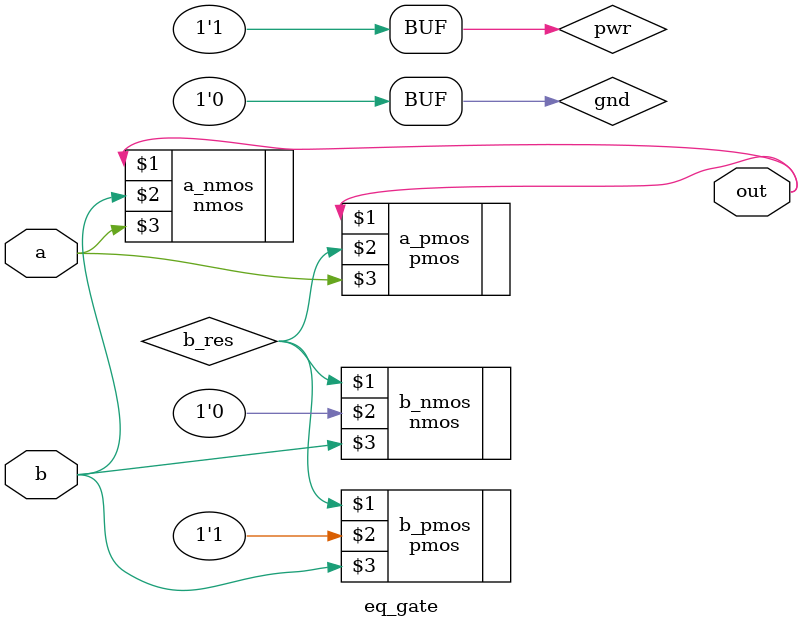
<source format=v>
module ternary_min(a, b, out);
  input [1:0] a;
  input [1:0] b;
  output [1:0] out;

  wire a_00, b_00, res;

  and_gate msb_and(a[1], b[1], out[1]);
  
  nor_gate a_00_nor(a[0], a[1], a_00);
  nor_gate b_00_nor(b[0], b[1], b_00);
  nor_gate lsb_nor(a_00, b_00, res);

  xor_gate lsb(out[1], res, out[0]);

endmodule

module ternary_max(a, b, out);
  input [1:0] a;
  input [1:0] b;
  output [1:0] out;

  wire a_00, b_00, res;

  or_gate msb_or(a[1], b[1], out[1]);
  
  nor_gate a_00_nor(a[0], a[1], a_00);
  nor_gate b_00_nor(b[0], b[1], b_00);
  nand_gate lsb_nand(a_00, b_00, res);

  xor_gate lsb(out[1], res, out[0]);
endmodule

module ternary_any(a, b, out);
  input [1:0] a;
  input [1:0] b;
  output [1:0] out;

  wire diff_msb, eq_lsb, tmp_00_10, not_tmp_00_10;
  wire [1:0] tmp_out;

  and_gate lsb_and(a[0], b[0], tmp_out[0]);
  or_gate msb_or(a[1], b[1], tmp_out[1]);

  xor_gate msb_xor(a[1], b[1], diff_msb);
  eq_gate lsb_eq(a[0], b[0], eq_lsb);
  and_gate check_00_10(diff_msb, eq_lsb, tmp_00_10); 

  or_gate lsb(tmp_out[0], tmp_00_10, out[0]);
  not_gate not_00_10(tmp_00_10, not_tmp_00_10); 
  and_gate msb(tmp_out[1], not_tmp_00_10, out[1]); 

endmodule

module ternary_consensus(a, b, out);
  input [1:0] a;
  input [1:0] b;
  output [1:0] out;

  wire diff_msb, eq_lsb, tmp_lsb, tmp_lsb2;
  
  or_gate lsb_or(a[0], b[0], tmp_lsb);
  and_gate msb(a[1], b[1], out[1]);

  xor_gate msb_xor(a[1], b[1], diff_msb);
  eq_gate lsb_eq(a[0], b[0], eq_lsb);
  and_gate check_00_10(diff_msb, eq_lsb, tmp_lsb2);

  or_gate lsb(tmp_lsb, tmp_lsb2, out[0]);

endmodule

// Primitives

module nand_gate(a, b, out);
  input wire a, b;
  output out;

  supply1 pwr;
  supply0 gnd;

  wire nmos1_out;

  pmos pmos1(out, pwr, a);
  pmos pmos2(out, pwr, b);

  nmos nmos1(nmos1_out, gnd, b);
  nmos nmos2(out, nmos1_out, a);
endmodule

module and_gate(a, b, out);
  input wire a, b;
  output out;

  supply1 pwr;
  supply0 gnd;

  wire nmos1_out;

  pmos pmos1(out, gnd, a);
  pmos pmos2(out, gnd, b);

  nmos nmos1(nmos1_out, pwr, a);
  nmos nmos2(out, nmos1_out, b);

endmodule

module nor_gate(a, b, out);
  input wire a, b;
  output out;

  supply1 pwr;
  supply0 gnd;

  wire pmos1_out;

  nmos nmos1(out, gnd, a);
  nmos nmos2(out, gnd, b);

  pmos pmos1(pmos1_out, pwr, a);
  pmos pmos2(out, pmos1_out, b);
endmodule

module or_gate(a, b, out);
  input wire a, b;
  output out;

  supply1 pwr;
  supply0 gnd;

  wire pmos1_out;

  nmos nmos1(out, pwr, a);
  nmos nmos2(out, pwr, b);

  pmos pmos1(pmos1_out, gnd, b);
  pmos pmos2(out, pmos1_out, a);
  
endmodule

module not_gate(a, out);
  input wire a;
  output out;

  supply1 pwr;
  supply0 gnd;

  pmos pmos1(out, pwr, a);
  nmos nmos1(out, gnd, a);
endmodule

module xor_gate(a, b, out);
  input wire a, b;
  output out;

  supply1 pwr;
  supply0 gnd;

  wire b_res;

  pmos b_pmos(b_res, pwr, b);
  nmos b_nmos(b_res, gnd, b);

  pmos a_pmos(out, b, a);
  nmos a_nmos(out, b_res, a);
endmodule

module eq_gate(a, b, out);
  input wire a, b;
  output out;

  supply1 pwr;
  supply0 gnd;

  wire b_res;

  pmos b_pmos(b_res, pwr, b);
  nmos b_nmos(b_res, gnd, b);

  pmos a_pmos(out, b_res, a);
  nmos a_nmos(out, b, a);
endmodule
</source>
